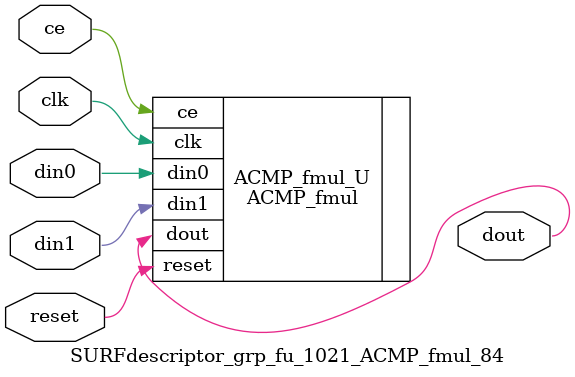
<source format=v>

`timescale 1 ns / 1 ps
module SURFdescriptor_grp_fu_1021_ACMP_fmul_84(
    clk,
    reset,
    ce,
    din0,
    din1,
    dout);

parameter ID = 32'd1;
parameter NUM_STAGE = 32'd1;
parameter din0_WIDTH = 32'd1;
parameter din1_WIDTH = 32'd1;
parameter dout_WIDTH = 32'd1;
input clk;
input reset;
input ce;
input[din0_WIDTH - 1:0] din0;
input[din1_WIDTH - 1:0] din1;
output[dout_WIDTH - 1:0] dout;



ACMP_fmul #(
.ID( ID ),
.NUM_STAGE( 4 ),
.din0_WIDTH( din0_WIDTH ),
.din1_WIDTH( din1_WIDTH ),
.dout_WIDTH( dout_WIDTH ))
ACMP_fmul_U(
    .clk( clk ),
    .reset( reset ),
    .ce( ce ),
    .din0( din0 ),
    .din1( din1 ),
    .dout( dout ));

endmodule

</source>
